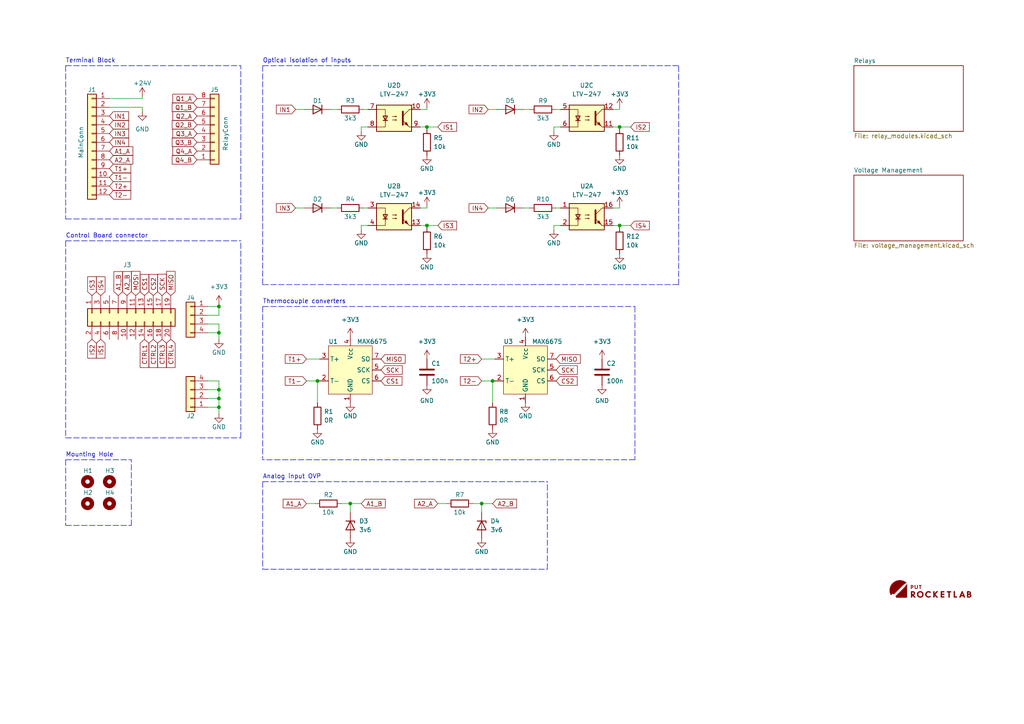
<source format=kicad_sch>
(kicad_sch (version 20211123) (generator eeschema)
  (paper "A4")
  (title_block (title "TermoPLC - Relay Board") (date "2022-08-23") (rev "1") (company "PUT RocketLab") (comment 1 "Kacper Kaczmarek") (comment 2 "Designed by: "))
  (lib_symbols
    (symbol "Connector_Generic:Conn_01x04" (pin_names (offset 1.016) hide)
      (property "Reference" "J" (at 0 5.08 0))
      (property "Value" "Conn_01x04" (at 0 -7.62 0))
      (symbol "Conn_01x04_1_1"
        (pin passive line (at -5.08 2.54 0) (length 3.81) (name "Pin_1") (number "1"))
        (pin passive line (at -5.08 0 0) (length 3.81) (name "Pin_2") (number "2"))
        (pin passive line (at -5.08 -2.54 0) (length 3.81) (name "Pin_3") (number "3"))
        (pin passive line (at -5.08 -5.08 0) (length 3.81) (name "Pin_4") (number "4"))
      )
    )
    (symbol "Connector_Generic:Conn_01x08" (pin_names (offset 1.016) hide)
      (property "Reference" "J" (at 0 10.16 0))
      (property "Value" "Conn_01x08" (at 0 -12.7 0))
      (symbol "Conn_01x08_1_1"
        (pin passive line (at -5.08 7.62 0) (length 3.81) (name "Pin_1") (number "1"))
        (pin passive line (at -5.08 5.08 0) (length 3.81) (name "Pin_2") (number "2"))
        (pin passive line (at -5.08 2.54 0) (length 3.81) (name "Pin_3") (number "3"))
        (pin passive line (at -5.08 0 0) (length 3.81) (name "Pin_4") (number "4"))
        (pin passive line (at -5.08 -2.54 0) (length 3.81) (name "Pin_5") (number "5"))
        (pin passive line (at -5.08 -5.08 0) (length 3.81) (name "Pin_6") (number "6"))
        (pin passive line (at -5.08 -7.62 0) (length 3.81) (name "Pin_7") (number "7"))
        (pin passive line (at -5.08 -10.16 0) (length 3.81) (name "Pin_8") (number "8"))
      )
    )
    (symbol "Connector_Generic:Conn_01x12" (pin_names (offset 1.016) hide)
      (property "Reference" "J" (at 0 15.24 0))
      (property "Value" "Conn_01x12" (at 0 -17.78 0))
      (symbol "Conn_01x12_1_1"
        (pin passive line (at -5.08 12.7 0) (length 3.81) (name "Pin_1") (number "1"))
        (pin passive line (at -5.08 -10.16 0) (length 3.81) (name "Pin_10") (number "10"))
        (pin passive line (at -5.08 -12.7 0) (length 3.81) (name "Pin_11") (number "11"))
        (pin passive line (at -5.08 -15.24 0) (length 3.81) (name "Pin_12") (number "12"))
        (pin passive line (at -5.08 10.16 0) (length 3.81) (name "Pin_2") (number "2"))
        (pin passive line (at -5.08 7.62 0) (length 3.81) (name "Pin_3") (number "3"))
        (pin passive line (at -5.08 5.08 0) (length 3.81) (name "Pin_4") (number "4"))
        (pin passive line (at -5.08 2.54 0) (length 3.81) (name "Pin_5") (number "5"))
        (pin passive line (at -5.08 0 0) (length 3.81) (name "Pin_6") (number "6"))
        (pin passive line (at -5.08 -2.54 0) (length 3.81) (name "Pin_7") (number "7"))
        (pin passive line (at -5.08 -5.08 0) (length 3.81) (name "Pin_8") (number "8"))
        (pin passive line (at -5.08 -7.62 0) (length 3.81) (name "Pin_9") (number "9"))
      )
    )
    (symbol "Connector_Generic:Conn_02x10_Odd_Even" (pin_names (offset 1.016) hide)
      (property "Reference" "J" (at 1.27 12.7 0))
      (property "Value" "Conn_02x10_Odd_Even" (at 1.27 -15.24 0))
      (symbol "Conn_02x10_Odd_Even_1_1"
        (pin passive line (at -5.08 10.16 0) (length 3.81) (name "Pin_1") (number "1"))
        (pin passive line (at 7.62 0 180) (length 3.81) (name "Pin_10") (number "10"))
        (pin passive line (at -5.08 -2.54 0) (length 3.81) (name "Pin_11") (number "11"))
        (pin passive line (at 7.62 -2.54 180) (length 3.81) (name "Pin_12") (number "12"))
        (pin passive line (at -5.08 -5.08 0) (length 3.81) (name "Pin_13") (number "13"))
        (pin passive line (at 7.62 -5.08 180) (length 3.81) (name "Pin_14") (number "14"))
        (pin passive line (at -5.08 -7.62 0) (length 3.81) (name "Pin_15") (number "15"))
        (pin passive line (at 7.62 -7.62 180) (length 3.81) (name "Pin_16") (number "16"))
        (pin passive line (at -5.08 -10.16 0) (length 3.81) (name "Pin_17") (number "17"))
        (pin passive line (at 7.62 -10.16 180) (length 3.81) (name "Pin_18") (number "18"))
        (pin passive line (at -5.08 -12.7 0) (length 3.81) (name "Pin_19") (number "19"))
        (pin passive line (at 7.62 10.16 180) (length 3.81) (name "Pin_2") (number "2"))
        (pin passive line (at 7.62 -12.7 180) (length 3.81) (name "Pin_20") (number "20"))
        (pin passive line (at -5.08 7.62 0) (length 3.81) (name "Pin_3") (number "3"))
        (pin passive line (at 7.62 7.62 180) (length 3.81) (name "Pin_4") (number "4"))
        (pin passive line (at -5.08 5.08 0) (length 3.81) (name "Pin_5") (number "5"))
        (pin passive line (at 7.62 5.08 180) (length 3.81) (name "Pin_6") (number "6"))
        (pin passive line (at -5.08 2.54 0) (length 3.81) (name "Pin_7") (number "7"))
        (pin passive line (at 7.62 2.54 180) (length 3.81) (name "Pin_8") (number "8"))
        (pin passive line (at -5.08 0 0) (length 3.81) (name "Pin_9") (number "9"))
      )
    )
    (symbol "Device:C" (pin_numbers hide) (pin_names (offset 0.254))
      (property "Reference" "C" (at 0.635 2.54 0))
      (property "Value" "C" (at 0.635 -2.54 0))
      (symbol "C_1_1"
        (pin passive line (at 0 3.81 270) (length 2.794) (name "~") (number "1"))
        (pin passive line (at 0 -3.81 90) (length 2.794) (name "~") (number "2"))
      )
    )
    (symbol "Device:D" (pin_numbers hide) (pin_names (offset 1.016) hide)
      (property "Reference" "D" (at 0 2.54 0))
      (property "Value" "D" (at 0 -2.54 0))
      (symbol "D_1_1"
        (pin passive line (at -3.81 0 0) (length 2.54) (name "K") (number "1"))
        (pin passive line (at 3.81 0 180) (length 2.54) (name "A") (number "2"))
      )
    )
    (symbol "Device:D_Zener" (pin_numbers hide) (pin_names (offset 1.016) hide)
      (property "Reference" "D" (at 0 2.54 0))
      (property "Value" "D_Zener" (at 0 -2.54 0))
      (symbol "D_Zener_1_1"
        (pin passive line (at -3.81 0 0) (length 2.54) (name "K") (number "1"))
        (pin passive line (at 3.81 0 180) (length 2.54) (name "A") (number "2"))
      )
    )
    (symbol "Device:R" (pin_numbers hide) (pin_names (offset 0))
      (property "Reference" "R" (at 2.032 0 90))
      (property "Value" "R" (at 0 0 90))
      (symbol "R_1_1"
        (pin passive line (at 0 3.81 270) (length 1.27) (name "~") (number "1"))
        (pin passive line (at 0 -3.81 90) (length 1.27) (name "~") (number "2"))
      )
    )
    (symbol "Isolator:LTV-247"
      (property "Reference" "U" (at -5.08 5.08 0))
      (property "Value" "LTV-247" (at 0 5.08 0))
      (symbol "LTV-247_1_1"
        (pin passive line (at -7.62 2.54 0) (length 2.54) (name "~") (number "1"))
        (pin passive line (at 7.62 -2.54 180) (length 2.54) (name "~") (number "15"))
        (pin passive line (at 7.62 2.54 180) (length 2.54) (name "~") (number "16"))
        (pin passive line (at -7.62 -2.54 0) (length 2.54) (name "~") (number "2"))
      )
      (symbol "LTV-247_2_1"
        (pin passive line (at 7.62 -2.54 180) (length 2.54) (name "~") (number "13"))
        (pin passive line (at 7.62 2.54 180) (length 2.54) (name "~") (number "14"))
        (pin passive line (at -7.62 2.54 0) (length 2.54) (name "~") (number "3"))
        (pin passive line (at -7.62 -2.54 0) (length 2.54) (name "~") (number "4"))
      )
      (symbol "LTV-247_3_1"
        (pin passive line (at 7.62 -2.54 180) (length 2.54) (name "~") (number "11"))
        (pin passive line (at 7.62 2.54 180) (length 2.54) (name "~") (number "12"))
        (pin passive line (at -7.62 2.54 0) (length 2.54) (name "~") (number "5"))
        (pin passive line (at -7.62 -2.54 0) (length 2.54) (name "~") (number "6"))
      )
      (symbol "LTV-247_4_1"
        (pin passive line (at 7.62 2.54 180) (length 2.54) (name "~") (number "10"))
        (pin passive line (at -7.62 2.54 0) (length 2.54) (name "~") (number "7"))
        (pin passive line (at -7.62 -2.54 0) (length 2.54) (name "~") (number "8"))
        (pin passive line (at 7.62 -2.54 180) (length 2.54) (name "~") (number "9"))
      )
    )
    (symbol "Mechanical:MountingHole" (pin_names (offset 1.016))
      (property "Reference" "H" (at 0 5.08 0))
      (property "Value" "MountingHole" (at 0 3.175 0))
    )
    (symbol "PUTRocketLab_IC:MAX6675"
      (property "Reference" "U" (at -5.715 7.62 0))
      (property "Value" "MAX6675" (at 5.715 7.62 0))
      (symbol "MAX6675_1_1"
        (pin input line (at 0 -9.525 90) (length 2.54) (name "GND") (number "1"))
        (pin input line (at -8.89 -3.175 0) (length 2.54) (name "T-") (number "2"))
        (pin input line (at -8.89 3.175 0) (length 2.54) (name "T+") (number "3"))
        (pin input line (at 0 9.525 270) (length 2.54) (name "Vcc") (number "4"))
        (pin input line (at 8.89 0 180) (length 2.54) (name "SCK") (number "5"))
        (pin input line (at 8.89 -3.175 180) (length 2.54) (name "CS") (number "6"))
        (pin input line (at 8.89 3.175 180) (length 2.54) (name "SO") (number "7"))
        (pin no_connect line (at 0.635 0 180) (length 2.54) hide (name "N.C.") (number "8"))
      )
    )
    (symbol "PUTRocketLab_graphics:PutRocketLab_logo_large" (pin_names (offset 1.016)))
    (symbol "power:+24V" (power) (pin_names (offset 0))
      (property "Value" "+24V" (at 0 3.556 0))
      (symbol "+24V_1_1"
        (pin power_in line (at 0 0 90) (length 0) hide (name "+24V") (number "1"))
      )
    )
    (symbol "power:+3.3V" (power) (pin_names (offset 0))
      (property "Value" "+3.3V" (at 0 3.556 0))
      (symbol "+3.3V_1_1"
        (pin power_in line (at 0 0 90) (length 0) hide (name "+3V3") (number "1"))
      )
    )
    (symbol "power:+3V3" (power) (pin_names (offset 0))
      (property "Value" "+3V3" (at 0 3.556 0))
      (symbol "+3V3_1_1"
        (pin power_in line (at 0 0 90) (length 0) hide (name "+3V3") (number "1"))
      )
    )
    (symbol "power:GND" (power) (pin_names (offset 0))
      (property "Value" "GND" (at 0 -3.81 0))
      (symbol "GND_1_1"
        (pin power_in line (at 0 0 270) (length 0) hide (name "GND") (number "1"))
      )
    )
  )
  (junction (at 123.825 65.405))
  (junction (at 101.6 146.05))
  (junction (at 63.5 118.11))
  (junction (at 63.5 96.52))
  (junction (at 142.875 110.49))
  (junction (at 179.705 36.83))
  (junction (at 63.5 115.57))
  (junction (at 63.5 113.03))
  (junction (at 63.5 88.9))
  (junction (at 179.705 65.405))
  (junction (at 123.825 36.83))
  (junction (at 139.7 146.05))
  (junction (at 92.075 110.49))
  (wire (pts (xy 63.5 115.57) (xy 63.5 118.11)))
  (polyline (pts (xy 184.15 133.35) (xy 76.2 133.35)))
  (wire (pts (xy 142.875 110.49) (xy 143.51 110.49)))
  (wire (pts (xy 123.825 65.405) (xy 123.825 66.04)))
  (wire (pts (xy 179.705 65.405) (xy 182.88 65.405)))
  (wire (pts (xy 137.16 146.05) (xy 139.7 146.05)))
  (wire (pts (xy 123.825 31.115) (xy 123.825 31.75)))
  (wire (pts (xy 160.655 65.405) (xy 162.56 65.405)))
  (wire (pts (xy 179.705 59.69) (xy 179.705 60.325)))
  (wire (pts (xy 141.605 31.75) (xy 144.145 31.75)))
  (wire (pts (xy 160.655 36.83) (xy 162.56 36.83)))
  (polyline (pts (xy 76.2 19.05) (xy 76.2 82.55)))
  (wire (pts (xy 177.8 36.83) (xy 179.705 36.83)))
  (wire (pts (xy 88.9 146.05) (xy 91.44 146.05)))
  (wire (pts (xy 95.885 60.325) (xy 97.79 60.325)))
  (wire (pts (xy 179.705 65.405) (xy 179.705 66.04)))
  (wire (pts (xy 121.92 65.405) (xy 123.825 65.405)))
  (polyline (pts (xy 19.05 63.5) (xy 69.85 63.5)))
  (polyline (pts (xy 69.85 63.5) (xy 69.85 19.05)))
  (wire (pts (xy 63.5 88.9) (xy 63.5 91.44)))
  (wire (pts (xy 121.92 36.83) (xy 123.825 36.83)))
  (wire (pts (xy 179.705 36.83) (xy 179.705 37.465)))
  (wire (pts (xy 127 146.05) (xy 129.54 146.05)))
  (polyline (pts (xy 76.2 19.05) (xy 196.85 19.05)))
  (polyline (pts (xy 19.05 19.05) (xy 69.85 19.05)))
  (polyline (pts (xy 19.05 69.85) (xy 19.05 127)))
  (wire (pts (xy 63.5 113.03) (xy 63.5 115.57)))
  (polyline (pts (xy 76.2 139.7) (xy 76.2 165.1)))
  (wire (pts (xy 63.5 118.11) (xy 63.5 120.015)))
  (wire (pts (xy 101.6 146.05) (xy 101.6 148.59)))
  (wire (pts (xy 88.9 104.14) (xy 92.71 104.14)))
  (wire (pts (xy 161.29 31.75) (xy 162.56 31.75)))
  (wire (pts (xy 104.775 36.83) (xy 106.68 36.83)))
  (polyline (pts (xy 158.75 165.1) (xy 158.75 139.7)))
  (wire (pts (xy 31.75 28.575) (xy 41.275 28.575)))
  (wire (pts (xy 160.655 66.675) (xy 160.655 65.405)))
  (polyline (pts (xy 196.85 82.55) (xy 196.85 19.05)))
  (wire (pts (xy 63.5 115.57) (xy 60.325 115.57)))
  (wire (pts (xy 88.9 110.49) (xy 92.075 110.49)))
  (wire (pts (xy 41.275 32.385) (xy 41.275 31.115)))
  (wire (pts (xy 179.705 36.83) (xy 182.88 36.83)))
  (wire (pts (xy 60.325 96.52) (xy 63.5 96.52)))
  (wire (pts (xy 85.725 60.325) (xy 88.265 60.325)))
  (wire (pts (xy 139.7 104.14) (xy 143.51 104.14)))
  (polyline (pts (xy 184.15 88.9) (xy 184.15 133.35)))
  (wire (pts (xy 60.325 88.9) (xy 63.5 88.9)))
  (wire (pts (xy 123.825 31.75) (xy 121.92 31.75)))
  (wire (pts (xy 105.41 31.75) (xy 106.68 31.75)))
  (wire (pts (xy 104.775 66.675) (xy 104.775 65.405)))
  (wire (pts (xy 161.29 60.325) (xy 162.56 60.325)))
  (polyline (pts (xy 69.85 127) (xy 69.85 69.85)))
  (polyline (pts (xy 19.05 152.4) (xy 38.1 152.4)))
  (wire (pts (xy 31.75 31.115) (xy 41.275 31.115)))
  (wire (pts (xy 177.8 65.405) (xy 179.705 65.405)))
  (wire (pts (xy 41.275 27.94) (xy 41.275 28.575)))
  (wire (pts (xy 60.325 118.11) (xy 63.5 118.11)))
  (wire (pts (xy 105.41 60.325) (xy 106.68 60.325)))
  (wire (pts (xy 63.5 88.265) (xy 63.5 88.9)))
  (wire (pts (xy 60.325 110.49) (xy 63.5 110.49)))
  (polyline (pts (xy 19.05 19.05) (xy 19.05 63.5)))
  (wire (pts (xy 92.075 110.49) (xy 92.075 116.84)))
  (wire (pts (xy 99.06 146.05) (xy 101.6 146.05)))
  (wire (pts (xy 63.5 96.52) (xy 63.5 98.425)))
  (wire (pts (xy 160.655 38.1) (xy 160.655 36.83)))
  (wire (pts (xy 179.705 31.115) (xy 179.705 31.75)))
  (polyline (pts (xy 76.2 165.1) (xy 158.75 165.1)))
  (wire (pts (xy 139.7 110.49) (xy 142.875 110.49)))
  (wire (pts (xy 123.825 36.83) (xy 123.825 37.465)))
  (polyline (pts (xy 19.05 69.85) (xy 69.85 69.85)))
  (wire (pts (xy 85.725 31.75) (xy 88.265 31.75)))
  (wire (pts (xy 123.825 65.405) (xy 127 65.405)))
  (wire (pts (xy 63.5 110.49) (xy 63.5 113.03)))
  (polyline (pts (xy 76.2 88.9) (xy 184.15 88.9)))
  (wire (pts (xy 142.875 110.49) (xy 142.875 116.84)))
  (polyline (pts (xy 38.1 152.4) (xy 38.1 133.35)))
  (wire (pts (xy 60.325 91.44) (xy 63.5 91.44)))
  (wire (pts (xy 101.6 146.05) (xy 104.775 146.05)))
  (wire (pts (xy 95.885 31.75) (xy 97.79 31.75)))
  (wire (pts (xy 139.7 146.05) (xy 139.7 148.59)))
  (polyline (pts (xy 76.2 82.55) (xy 196.85 82.55)))
  (wire (pts (xy 60.325 113.03) (xy 63.5 113.03)))
  (polyline (pts (xy 76.2 88.9) (xy 76.2 133.35)))
  (wire (pts (xy 139.7 146.05) (xy 142.875 146.05)))
  (polyline (pts (xy 19.05 133.35) (xy 38.1 133.35)))
  (wire (pts (xy 92.075 110.49) (xy 92.71 110.49)))
  (wire (pts (xy 123.825 59.69) (xy 123.825 60.325)))
  (wire (pts (xy 123.825 60.325) (xy 121.92 60.325)))
  (polyline (pts (xy 19.05 127) (xy 69.85 127)))
  (wire (pts (xy 179.705 31.75) (xy 177.8 31.75)))
  (wire (pts (xy 63.5 93.98) (xy 60.325 93.98)))
  (wire (pts (xy 151.765 60.325) (xy 153.67 60.325)))
  (wire (pts (xy 151.765 31.75) (xy 153.67 31.75)))
  (wire (pts (xy 104.775 38.1) (xy 104.775 36.83)))
  (wire (pts (xy 123.825 36.83) (xy 127 36.83)))
  (wire (pts (xy 141.605 60.325) (xy 144.145 60.325)))
  (polyline (pts (xy 19.05 133.35) (xy 19.05 152.4)))
  (wire (pts (xy 104.775 65.405) (xy 106.68 65.405)))
  (polyline (pts (xy 76.2 139.7) (xy 158.75 139.7)))
  (wire (pts (xy 179.705 60.325) (xy 177.8 60.325)))
  (wire (pts (xy 63.5 93.98) (xy 63.5 96.52)))
  (text "Terminal Block" (at 19.05 18.415 0) (effects (font (size 1.27 1.27)) (justify left bottom)))
  (text "Analog input OVP" (at 76.2 139.065 0) (effects (font (size 1.27 1.27)) (justify left bottom)))
  (text "Control Board connector" (at 19.05 69.215 0) (effects (font (size 1.27 1.27)) (justify left bottom)))
  (text "Thermocouple converters" (at 76.2 88.265 0) (effects (font (size 1.27 1.27)) (justify left bottom)))
  (text "Mounting Hole" (at 19.05 132.715 0) (effects (font (size 1.27 1.27)) (justify left bottom)))
  (text "Optical isolation of inputs" (at 76.2 18.415 0) (effects (font (size 1.27 1.27)) (justify left bottom)))
  (global_label "Q4_A" (shape input) (at 57.15 43.815 180) (property "Intersheet References" "${INTERSHEET_REFS}" (effects hide)))
  (global_label "CS1" (shape input) (at 110.49 110.49 0) (property "Intersheet References" "${INTERSHEET_REFS}" (effects hide)))
  (global_label "SCK" (shape input) (at 110.49 107.315 0) (property "Intersheet References" "${INTERSHEET_REFS}" (effects hide)))
  (global_label "MISO" (shape input) (at 161.29 104.14 0) (property "Intersheet References" "${INTERSHEET_REFS}" (effects hide)))
  (global_label "T1+" (shape input) (at 88.9 104.14 180) (property "Intersheet References" "${INTERSHEET_REFS}" (effects hide)))
  (global_label "IN2" (shape input) (at 141.605 31.75 180) (property "Intersheet References" "${INTERSHEET_REFS}" (effects hide)))
  (global_label "SCK" (shape input) (at 46.99 85.725 90) (property "Intersheet References" "${INTERSHEET_REFS}" (effects hide)))
  (global_label "CTRL1" (shape input) (at 41.91 98.425 270) (property "Intersheet References" "${INTERSHEET_REFS}" (effects hide)))
  (global_label "MOSI" (shape input) (at 39.37 85.725 90) (property "Intersheet References" "${INTERSHEET_REFS}" (effects hide)))
  (global_label "CTRL2" (shape input) (at 44.45 98.425 270) (property "Intersheet References" "${INTERSHEET_REFS}" (effects hide)))
  (global_label "T2+" (shape input) (at 139.7 104.14 180) (property "Intersheet References" "${INTERSHEET_REFS}" (effects hide)))
  (global_label "A1_B" (shape input) (at 104.775 146.05 0) (property "Intersheet References" "${INTERSHEET_REFS}" (effects hide)))
  (global_label "A1_B" (shape input) (at 34.29 85.725 90) (property "Intersheet References" "${INTERSHEET_REFS}" (effects hide)))
  (global_label "IN1" (shape input) (at 31.75 33.655 0) (property "Intersheet References" "${INTERSHEET_REFS}" (effects hide)))
  (global_label "SCK" (shape input) (at 161.29 107.315 0) (property "Intersheet References" "${INTERSHEET_REFS}" (effects hide)))
  (global_label "Q2_A" (shape input) (at 57.15 33.655 180) (property "Intersheet References" "${INTERSHEET_REFS}" (effects hide)))
  (global_label "IS3" (shape input) (at 127 65.405 0) (property "Intersheet References" "${INTERSHEET_REFS}" (effects hide)))
  (global_label "IN2" (shape input) (at 31.75 36.195 0) (property "Intersheet References" "${INTERSHEET_REFS}" (effects hide)))
  (global_label "A2_B" (shape input) (at 36.83 85.725 90) (property "Intersheet References" "${INTERSHEET_REFS}" (effects hide)))
  (global_label "MISO" (shape input) (at 110.49 104.14 0) (property "Intersheet References" "${INTERSHEET_REFS}" (effects hide)))
  (global_label "Q3_A" (shape input) (at 57.15 38.735 180) (property "Intersheet References" "${INTERSHEET_REFS}" (effects hide)))
  (global_label "Q3_B" (shape input) (at 57.15 41.275 180) (property "Intersheet References" "${INTERSHEET_REFS}" (effects hide)))
  (global_label "A2_A" (shape input) (at 31.75 46.355 0) (property "Intersheet References" "${INTERSHEET_REFS}" (effects hide)))
  (global_label "Q4_B" (shape input) (at 57.15 46.355 180) (property "Intersheet References" "${INTERSHEET_REFS}" (effects hide)))
  (global_label "Q2_B" (shape input) (at 57.15 36.195 180) (property "Intersheet References" "${INTERSHEET_REFS}" (effects hide)))
  (global_label "IS1" (shape input) (at 127 36.83 0) (property "Intersheet References" "${INTERSHEET_REFS}" (effects hide)))
  (global_label "IN4" (shape input) (at 141.605 60.325 180) (property "Intersheet References" "${INTERSHEET_REFS}" (effects hide)))
  (global_label "CTRL4" (shape input) (at 49.53 98.425 270) (property "Intersheet References" "${INTERSHEET_REFS}" (effects hide)))
  (global_label "A2_B" (shape input) (at 142.875 146.05 0) (property "Intersheet References" "${INTERSHEET_REFS}" (effects hide)))
  (global_label "A2_A" (shape input) (at 127 146.05 180) (property "Intersheet References" "${INTERSHEET_REFS}" (effects hide)))
  (global_label "IS2" (shape input) (at 26.67 98.425 270) (property "Intersheet References" "${INTERSHEET_REFS}" (effects hide)))
  (global_label "T2-" (shape input) (at 31.75 56.515 0) (property "Intersheet References" "${INTERSHEET_REFS}" (effects hide)))
  (global_label "T1+" (shape input) (at 31.75 48.895 0) (property "Intersheet References" "${INTERSHEET_REFS}" (effects hide)))
  (global_label "CS2" (shape input) (at 44.45 85.725 90) (property "Intersheet References" "${INTERSHEET_REFS}" (effects hide)))
  (global_label "IS2" (shape input) (at 182.88 36.83 0) (property "Intersheet References" "${INTERSHEET_REFS}" (effects hide)))
  (global_label "IS3" (shape input) (at 26.67 85.725 90) (property "Intersheet References" "${INTERSHEET_REFS}" (effects hide)))
  (global_label "Q1_A" (shape input) (at 57.15 28.575 180) (property "Intersheet References" "${INTERSHEET_REFS}" (effects hide)))
  (global_label "T2+" (shape input) (at 31.75 53.975 0) (property "Intersheet References" "${INTERSHEET_REFS}" (effects hide)))
  (global_label "IS1" (shape input) (at 29.21 98.425 270) (property "Intersheet References" "${INTERSHEET_REFS}" (effects hide)))
  (global_label "T2-" (shape input) (at 139.7 110.49 180) (property "Intersheet References" "${INTERSHEET_REFS}" (effects hide)))
  (global_label "CTRL3" (shape input) (at 46.99 98.425 270) (property "Intersheet References" "${INTERSHEET_REFS}" (effects hide)))
  (global_label "IS4" (shape input) (at 182.88 65.405 0) (property "Intersheet References" "${INTERSHEET_REFS}" (effects hide)))
  (global_label "MISO" (shape input) (at 49.53 85.725 90) (property "Intersheet References" "${INTERSHEET_REFS}" (effects hide)))
  (global_label "A1_A" (shape input) (at 88.9 146.05 180) (property "Intersheet References" "${INTERSHEET_REFS}" (effects hide)))
  (global_label "A1_A" (shape input) (at 31.75 43.815 0) (property "Intersheet References" "${INTERSHEET_REFS}" (effects hide)))
  (global_label "IS4" (shape input) (at 29.21 85.725 90) (property "Intersheet References" "${INTERSHEET_REFS}" (effects hide)))
  (global_label "T1-" (shape input) (at 31.75 51.435 0) (property "Intersheet References" "${INTERSHEET_REFS}" (effects hide)))
  (global_label "Q1_B" (shape input) (at 57.15 31.115 180) (property "Intersheet References" "${INTERSHEET_REFS}" (effects hide)))
  (global_label "IN3" (shape input) (at 85.725 60.325 180) (property "Intersheet References" "${INTERSHEET_REFS}" (effects hide)))
  (global_label "IN3" (shape input) (at 31.75 38.735 0) (property "Intersheet References" "${INTERSHEET_REFS}" (effects hide)))
  (global_label "T1-" (shape input) (at 88.9 110.49 180) (property "Intersheet References" "${INTERSHEET_REFS}" (effects hide)))
  (global_label "CS1" (shape input) (at 41.91 85.725 90) (property "Intersheet References" "${INTERSHEET_REFS}" (effects hide)))
  (global_label "IN1" (shape input) (at 85.725 31.75 180) (property "Intersheet References" "${INTERSHEET_REFS}" (effects hide)))
  (global_label "IN4" (shape input) (at 31.75 41.275 0) (property "Intersheet References" "${INTERSHEET_REFS}" (effects hide)))
  (global_label "CS2" (shape input) (at 161.29 110.49 0) (property "Intersheet References" "${INTERSHEET_REFS}" (effects hide)))
  (symbol (lib_id "power:+3.3V") (at 63.5 88.265 0) (unit 1)
    (property "Reference" "#PWR03" (effects hide))
    (property "Value" "+3.3V" (at 63.5 83.185 0))
  )
  (symbol (lib_id "power:+3V3") (at 123.825 59.69 0) (unit 1)
    (property "Reference" "#PWR013" (effects hide))
    (property "Value" "+3V3" (at 123.825 55.88 0))
  )
  (symbol (lib_id "Connector_Generic:Conn_01x04") (at 55.245 91.44 0) (mirror y) (unit 1)
    (property "Reference" "J4" (at 56.515 86.36 0) (effects (justify left)))
    (property "Value" "Conn_01x04" (effects hide))
    (property "Footprint" "Connector_PinSocket_2.54mm:PinSocket_1x04_P2.54mm_Vertical" (effects hide))
  )
  (symbol (lib_id "Mechanical:MountingHole") (at 25.4 146.05 0) (unit 1)
    (property "Reference" "H2" (at 24.13 142.875 0) (effects (justify left)))
    (property "Value" "M3" (effects hide))
    (property "Footprint" "MountingHole:MountingHole_3.2mm_M3" (effects hide))
  )
  (symbol (lib_id "PUTRocketLab_IC:MAX6675") (at 152.4 107.315 0) (unit 1)
    (property "Reference" "U3" (at 146.05 99.06 0) (effects (justify left)))
    (property "Value" "MAX6675" (at 154.305 99.06 0) (effects (justify left)))
    (property "Footprint" "Package_SO:PowerIntegrations_SO-8" (effects hide))
    (property "Datasheet" "https://datasheets.maximintegrated.com/en/ds/MAX6675.pdf" (effects hide))
  )
  (symbol (lib_id "Mechanical:MountingHole") (at 31.75 139.7 0) (unit 1)
    (property "Reference" "H3" (at 30.48 136.525 0) (effects (justify left)))
    (property "Value" "M3" (effects hide))
    (property "Footprint" "MountingHole:MountingHole_3.2mm_M3" (effects hide))
  )
  (symbol (lib_id "Isolator:LTV-247") (at 170.18 62.865 0) (unit 1)
    (property "Reference" "U2" (at 170.18 53.975 0))
    (property "Value" "LTV-247" (at 170.18 56.515 0))
    (property "Footprint" "Package_SO:SOP-16_4.4x10.4mm_P1.27mm" (effects hide))
    (property "Datasheet" "http://optoelectronics.liteon.com/upload/download/DS70-2009-0014/LTV-2X7%20sereis%20Mar17.PDF" (effects hide))
  )
  (symbol (lib_id "power:+3.3V") (at 174.625 104.14 0) (unit 1)
    (property "Reference" "#PWR023" (effects hide))
    (property "Value" "+3.3V" (at 174.625 99.06 0))
  )
  (symbol (lib_id "Device:C") (at 123.825 107.95 0) (unit 1)
    (property "Reference" "C1" (at 125.095 105.41 0) (effects (justify left)))
    (property "Value" "100n" (at 125.095 110.49 0) (effects (justify left)))
    (property "Footprint" "Capacitor_SMD:C_0603_1608Metric_Pad1.08x0.95mm_HandSolder" (effects hide))
  )
  (symbol (lib_id "power:GND") (at 123.825 111.76 0) (unit 1)
    (property "Reference" "#PWR016" (effects hide))
    (property "Value" "GND" (at 123.825 116.205 0))
  )
  (symbol (lib_id "Connector_Generic:Conn_01x08") (at 62.23 38.735 0) (mirror x) (unit 1)
    (property "Reference" "J5" (at 62.23 26.035 0))
    (property "Value" "RelayConn" (at 65.405 38.735 90))
    (property "Footprint" "TerminalBlock_RND:TerminalBlock_RND_205-00073_1x08_P7.50mm_Horizontal" (effects hide))
  )
  (symbol (lib_id "power:GND") (at 179.705 73.66 0) (unit 1)
    (property "Reference" "#PWR028" (effects hide))
    (property "Value" "GND" (at 179.705 77.47 0))
  )
  (symbol (lib_id "power:GND") (at 101.6 156.21 0) (unit 1)
    (property "Reference" "#PWR08" (effects hide))
    (property "Value" "GND" (at 101.6 160.02 0))
  )
  (symbol (lib_id "power:GND") (at 104.775 38.1 0) (unit 1)
    (property "Reference" "#PWR09" (effects hide))
    (property "Value" "GND" (at 104.775 41.91 0))
  )
  (symbol (lib_id "Device:R") (at 123.825 41.275 0) (unit 1)
    (property "Reference" "R5" (at 125.73 40.0049 0) (effects (justify left)))
    (property "Value" "10k" (at 125.73 42.5449 0) (effects (justify left)))
    (property "Footprint" "Resistor_SMD:R_0603_1608Metric_Pad0.98x0.95mm_HandSolder" (effects hide))
  )
  (symbol (lib_id "Device:D") (at 147.955 31.75 180) (unit 1)
    (property "Reference" "D5" (at 147.955 29.21 0))
    (property "Value" "D" (effects hide))
    (property "Footprint" "Diode_SMD:D_MiniMELF" (effects hide))
  )
  (symbol (lib_id "power:GND") (at 152.4 116.84 0) (unit 1)
    (property "Reference" "#PWR020" (effects hide))
    (property "Value" "GND" (at 152.4 120.65 0))
  )
  (symbol (lib_id "power:GND") (at 142.875 124.46 0) (unit 1)
    (property "Reference" "#PWR018" (effects hide))
    (property "Value" "GND" (at 142.875 128.27 0))
  )
  (symbol (lib_id "power:GND") (at 63.5 98.425 0) (mirror y) (unit 1)
    (property "Reference" "#PWR04" (effects hide))
    (property "Value" "GND" (at 63.5 102.235 0))
  )
  (symbol (lib_id "power:GND") (at 139.7 156.21 0) (unit 1)
    (property "Reference" "#PWR017" (effects hide))
    (property "Value" "GND" (at 139.7 160.02 0))
  )
  (symbol (lib_id "Device:D") (at 92.075 31.75 180) (unit 1)
    (property "Reference" "D1" (at 92.075 29.21 0))
    (property "Value" "D" (effects hide))
    (property "Footprint" "Diode_SMD:D_MiniMELF" (effects hide))
  )
  (symbol (lib_id "Device:R") (at 179.705 69.85 0) (unit 1)
    (property "Reference" "R12" (at 181.61 68.5799 0) (effects (justify left)))
    (property "Value" "10k" (at 181.61 71.1199 0) (effects (justify left)))
    (property "Footprint" "Resistor_SMD:R_0603_1608Metric_Pad0.98x0.95mm_HandSolder" (effects hide))
  )
  (symbol (lib_id "power:GND") (at 160.655 38.1 0) (unit 1)
    (property "Reference" "#PWR021" (effects hide))
    (property "Value" "GND" (at 160.655 41.91 0))
  )
  (symbol (lib_id "PUTRocketLab_graphics:PutRocketLab_logo_large") (at 269.875 170.815 0) (unit 1)
    (property "Reference" "G1" (effects hide))
    (property "Value" "PutRocketLab_logo_large" (effects hide))
    (property "Footprint" "PutRocketLab_graphics:PutRocketlab_logo_2_h4mm" (effects hide))
  )
  (symbol (lib_id "Device:R") (at 123.825 69.85 0) (unit 1)
    (property "Reference" "R6" (at 125.73 68.5799 0) (effects (justify left)))
    (property "Value" "10k" (at 125.73 71.1199 0) (effects (justify left)))
    (property "Footprint" "Resistor_SMD:R_0603_1608Metric_Pad0.98x0.95mm_HandSolder" (effects hide))
  )
  (symbol (lib_id "Connector_Generic:Conn_01x04") (at 55.245 115.57 180) (unit 1)
    (property "Reference" "J2" (at 56.515 120.65 0) (effects (justify left)))
    (property "Value" "Conn_01x04" (effects hide))
    (property "Footprint" "Connector_PinSocket_2.54mm:PinSocket_1x04_P2.54mm_Vertical" (effects hide))
  )
  (symbol (lib_id "Device:D_Zener") (at 101.6 152.4 270) (unit 1)
    (property "Reference" "D3" (at 104.14 151.1299 90) (effects (justify left)))
    (property "Value" "3v6" (at 104.14 153.6699 90) (effects (justify left)))
    (property "Footprint" "Diode_SMD:D_SOD-123" (effects hide))
  )
  (symbol (lib_id "Isolator:LTV-247") (at 114.3 62.865 0) (unit 2)
    (property "Reference" "U2" (at 114.3 53.975 0))
    (property "Value" "LTV-247" (at 114.3 56.515 0))
    (property "Footprint" "Package_SO:SOP-16_4.4x10.4mm_P1.27mm" (effects hide))
    (property "Datasheet" "http://optoelectronics.liteon.com/upload/download/DS70-2009-0014/LTV-2X7%20sereis%20Mar17.PDF" (effects hide))
  )
  (symbol (lib_id "Device:D_Zener") (at 139.7 152.4 270) (unit 1)
    (property "Reference" "D4" (at 142.24 151.1299 90) (effects (justify left)))
    (property "Value" "3v6" (at 142.24 153.6699 90) (effects (justify left)))
    (property "Footprint" "Diode_SMD:D_SOD-123" (effects hide))
  )
  (symbol (lib_id "Mechanical:MountingHole") (at 25.4 139.7 0) (unit 1)
    (property "Reference" "H1" (at 24.13 136.525 0) (effects (justify left)))
    (property "Value" "M3" (effects hide))
    (property "Footprint" "MountingHole:MountingHole_3.2mm_M3" (effects hide))
  )
  (symbol (lib_id "power:GND") (at 104.775 66.675 0) (unit 1)
    (property "Reference" "#PWR010" (effects hide))
    (property "Value" "GND" (at 104.775 70.485 0))
  )
  (symbol (lib_id "Isolator:LTV-247") (at 170.18 34.29 0) (unit 3)
    (property "Reference" "U2" (at 170.18 24.765 0))
    (property "Value" "LTV-247" (at 170.18 27.305 0))
    (property "Footprint" "Package_SO:SOP-16_4.4x10.4mm_P1.27mm" (effects hide))
    (property "Datasheet" "http://optoelectronics.liteon.com/upload/download/DS70-2009-0014/LTV-2X7%20sereis%20Mar17.PDF" (effects hide))
  )
  (symbol (lib_id "power:+3V3") (at 179.705 31.115 0) (unit 1)
    (property "Reference" "#PWR025" (effects hide))
    (property "Value" "+3V3" (at 179.705 27.305 0))
  )
  (symbol (lib_id "Device:R") (at 142.875 120.65 0) (unit 1)
    (property "Reference" "R8" (at 144.78 119.3799 0) (effects (justify left)))
    (property "Value" "0R" (at 144.78 121.9199 0) (effects (justify left)))
    (property "Footprint" "Resistor_SMD:R_0603_1608Metric_Pad0.98x0.95mm_HandSolder" (effects hide))
  )
  (symbol (lib_id "power:GND") (at 174.625 111.76 0) (unit 1)
    (property "Reference" "#PWR024" (effects hide))
    (property "Value" "GND" (at 174.625 116.205 0))
  )
  (symbol (lib_id "power:GND") (at 123.825 73.66 0) (unit 1)
    (property "Reference" "#PWR014" (effects hide))
    (property "Value" "GND" (at 123.825 77.47 0))
  )
  (symbol (lib_id "power:GND") (at 63.5 120.015 0) (mirror y) (unit 1)
    (property "Reference" "#PWR0101" (effects hide))
    (property "Value" "GND" (at 63.5 123.825 0))
  )
  (symbol (lib_id "power:GND") (at 92.075 124.46 0) (unit 1)
    (property "Reference" "#PWR05" (effects hide))
    (property "Value" "GND" (at 92.075 128.27 0))
  )
  (symbol (lib_id "power:GND") (at 123.825 45.085 0) (unit 1)
    (property "Reference" "#PWR012" (effects hide))
    (property "Value" "GND" (at 123.825 48.895 0))
  )
  (symbol (lib_id "power:GND") (at 101.6 116.84 0) (unit 1)
    (property "Reference" "#PWR07" (effects hide))
    (property "Value" "GND" (at 101.6 120.65 0))
  )
  (symbol (lib_id "Device:R") (at 101.6 60.325 90) (unit 1)
    (property "Reference" "R4" (at 101.6 57.785 90))
    (property "Value" "3k3" (at 101.6 62.865 90))
    (property "Footprint" "Resistor_SMD:R_1206_3216Metric_Pad1.30x1.75mm_HandSolder" (effects hide))
  )
  (symbol (lib_id "Device:R") (at 92.075 120.65 0) (unit 1)
    (property "Reference" "R1" (at 93.98 119.3799 0) (effects (justify left)))
    (property "Value" "0R" (at 93.98 121.9199 0) (effects (justify left)))
    (property "Footprint" "Resistor_SMD:R_0603_1608Metric_Pad0.98x0.95mm_HandSolder" (effects hide))
  )
  (symbol (lib_id "Device:R") (at 95.25 146.05 90) (unit 1)
    (property "Reference" "R2" (at 95.25 143.51 90))
    (property "Value" "10k" (at 95.25 148.59 90))
    (property "Footprint" "Resistor_SMD:R_0603_1608Metric_Pad0.98x0.95mm_HandSolder" (effects hide))
  )
  (symbol (lib_id "Connector_Generic:Conn_01x12") (at 26.67 41.275 0) (mirror y) (unit 1)
    (property "Reference" "J1" (at 26.67 26.035 0))
    (property "Value" "MainConn" (at 23.495 41.275 90))
    (property "Footprint" "TerminalBlock_RND:TerminalBlock_RND_205-00055_1x12_P5.00mm_Horizontal" (effects hide))
  )
  (symbol (lib_id "power:+3.3V") (at 152.4 97.79 0) (unit 1)
    (property "Reference" "#PWR019" (effects hide))
    (property "Value" "+3.3V" (at 152.4 92.71 0))
  )
  (symbol (lib_id "Device:R") (at 133.35 146.05 90) (unit 1)
    (property "Reference" "R7" (at 133.35 143.51 90))
    (property "Value" "10k" (at 133.35 148.59 90))
    (property "Footprint" "Resistor_SMD:R_0603_1608Metric_Pad0.98x0.95mm_HandSolder" (effects hide))
  )
  (symbol (lib_id "Device:R") (at 101.6 31.75 90) (unit 1)
    (property "Reference" "R3" (at 101.6 29.21 90))
    (property "Value" "3k3" (at 101.6 34.29 90))
    (property "Footprint" "Resistor_SMD:R_1206_3216Metric_Pad1.30x1.75mm_HandSolder" (effects hide))
  )
  (symbol (lib_id "power:GND") (at 160.655 66.675 0) (unit 1)
    (property "Reference" "#PWR022" (effects hide))
    (property "Value" "GND" (at 160.655 70.485 0))
  )
  (symbol (lib_id "Device:C") (at 174.625 107.95 0) (unit 1)
    (property "Reference" "C2" (at 175.895 105.41 0) (effects (justify left)))
    (property "Value" "100n" (at 175.895 110.49 0) (effects (justify left)))
    (property "Footprint" "Capacitor_SMD:C_0603_1608Metric_Pad1.08x0.95mm_HandSolder" (effects hide))
  )
  (symbol (lib_id "Isolator:LTV-247") (at 114.3 34.29 0) (unit 4)
    (property "Reference" "U2" (at 114.3 24.765 0))
    (property "Value" "LTV-247" (at 114.3 27.305 0))
    (property "Footprint" "Package_SO:SOP-16_4.4x10.4mm_P1.27mm" (effects hide))
    (property "Datasheet" "http://optoelectronics.liteon.com/upload/download/DS70-2009-0014/LTV-2X7%20sereis%20Mar17.PDF" (effects hide))
  )
  (symbol (lib_id "power:+24V") (at 41.275 27.94 0) (unit 1)
    (property "Reference" "#PWR01" (effects hide))
    (property "Value" "+24V" (at 41.275 24.13 0))
  )
  (symbol (lib_id "power:GND") (at 179.705 45.085 0) (unit 1)
    (property "Reference" "#PWR026" (effects hide))
    (property "Value" "GND" (at 179.705 48.895 0))
  )
  (symbol (lib_id "Connector_Generic:Conn_02x10_Odd_Even") (at 36.83 90.805 90) (mirror x) (unit 1)
    (property "Reference" "J3" (at 38.1 76.835 90) (effects (justify left)))
    (property "Value" "Conn_02x10_Odd_Even" (effects hide))
    (property "Footprint" "Connector_PinSocket_2.54mm:PinSocket_2x10_P2.54mm_Vertical" (effects hide))
  )
  (symbol (lib_id "PUTRocketLab_IC:MAX6675") (at 101.6 107.315 0) (unit 1)
    (property "Reference" "U1" (at 95.25 99.06 0) (effects (justify left)))
    (property "Value" "MAX6675" (at 103.505 99.06 0) (effects (justify left)))
    (property "Footprint" "Package_SO:PowerIntegrations_SO-8" (effects hide))
    (property "Datasheet" "https://datasheets.maximintegrated.com/en/ds/MAX6675.pdf" (effects hide))
  )
  (symbol (lib_id "Device:R") (at 157.48 60.325 90) (unit 1)
    (property "Reference" "R10" (at 157.48 57.785 90))
    (property "Value" "3k3" (at 157.48 62.865 90))
    (property "Footprint" "Resistor_SMD:R_1206_3216Metric_Pad1.30x1.75mm_HandSolder" (effects hide))
  )
  (symbol (lib_id "Device:R") (at 157.48 31.75 90) (unit 1)
    (property "Reference" "R9" (at 157.48 29.21 90))
    (property "Value" "3k3" (at 157.48 34.29 90))
    (property "Footprint" "Resistor_SMD:R_1206_3216Metric_Pad1.30x1.75mm_HandSolder" (effects hide))
  )
  (symbol (lib_id "Mechanical:MountingHole") (at 31.75 146.05 0) (unit 1)
    (property "Reference" "H4" (at 30.48 142.875 0) (effects (justify left)))
    (property "Value" "M3" (effects hide))
    (property "Footprint" "MountingHole:MountingHole_3.2mm_M3" (effects hide))
  )
  (symbol (lib_id "Device:R") (at 179.705 41.275 0) (unit 1)
    (property "Reference" "R11" (at 181.61 40.0049 0) (effects (justify left)))
    (property "Value" "10k" (at 181.61 42.5449 0) (effects (justify left)))
    (property "Footprint" "Resistor_SMD:R_0603_1608Metric_Pad0.98x0.95mm_HandSolder" (effects hide))
  )
  (symbol (lib_id "Device:D") (at 92.075 60.325 180) (unit 1)
    (property "Reference" "D2" (at 92.075 57.785 0))
    (property "Value" "D" (effects hide))
    (property "Footprint" "Diode_SMD:D_MiniMELF" (effects hide))
  )
  (symbol (lib_id "power:+3.3V") (at 101.6 97.79 0) (unit 1)
    (property "Reference" "#PWR06" (effects hide))
    (property "Value" "+3.3V" (at 101.6 92.71 0))
  )
  (symbol (lib_id "power:+3V3") (at 179.705 59.69 0) (unit 1)
    (property "Reference" "#PWR027" (effects hide))
    (property "Value" "+3V3" (at 179.705 55.88 0))
  )
  (symbol (lib_id "power:+3.3V") (at 123.825 104.14 0) (unit 1)
    (property "Reference" "#PWR015" (effects hide))
    (property "Value" "+3.3V" (at 123.825 99.06 0))
  )
  (symbol (lib_id "power:+3V3") (at 123.825 31.115 0) (unit 1)
    (property "Reference" "#PWR011" (effects hide))
    (property "Value" "+3V3" (at 123.825 27.305 0))
  )
  (symbol (lib_id "power:GND") (at 41.275 32.385 0) (unit 1)
    (property "Reference" "#PWR02" (effects hide))
    (property "Value" "GND" (at 41.275 37.465 0))
  )
  (symbol (lib_id "Device:D") (at 147.955 60.325 180) (unit 1)
    (property "Reference" "D6" (at 147.955 57.785 0))
    (property "Value" "D" (effects hide))
    (property "Footprint" "Diode_SMD:D_MiniMELF" (effects hide))
  )
  (sheet (at 247.65 19.05) (size 31.75 19.05) (stroke (width 0.1524))
    (property "Sheet name" "Relays" (at 247.65 18.3384 0) (effects (justify left bottom)))
    (property "Sheet file" "relay_modules.kicad_sch" (at 247.65 38.6846 0) (effects (justify left top)))
  )
  (sheet (at 247.65 50.8) (size 31.75 19.05) (stroke (width 0.1524))
    (property "Sheet name" "Voltage Management" (at 247.65 50.0884 0) (effects (justify left bottom)))
    (property "Sheet file" "voltage_management.kicad_sch" (at 247.65 70.4346 0) (effects (justify left top)))
  )
)
</source>
